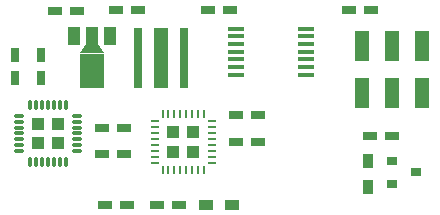
<source format=gbp>
G04 #@! TF.GenerationSoftware,KiCad,Pcbnew,no-vcs-found-7475~57~ubuntu16.04.1*
G04 #@! TF.CreationDate,2017-01-18T16:07:53+02:00*
G04 #@! TF.ProjectId,serial_gw,73657269616C5F67772E6B696361645F,rev?*
G04 #@! TF.FileFunction,Paste,Bot*
G04 #@! TF.FilePolarity,Positive*
%FSLAX46Y46*%
G04 Gerber Fmt 4.6, Leading zero omitted, Abs format (unit mm)*
G04 Created by KiCad (PCBNEW no-vcs-found-7475~57~ubuntu16.04.1) date Wed Jan 18 16:07:53 2017*
%MOMM*%
%LPD*%
G01*
G04 APERTURE LIST*
%ADD10C,0.100000*%
%ADD11R,1.200000X0.750000*%
%ADD12R,0.800000X5.100000*%
%ADD13R,1.300000X5.100000*%
%ADD14R,0.750000X1.200000*%
%ADD15R,1.270000X2.500000*%
%ADD16R,1.035000X1.035000*%
%ADD17R,0.250000X0.700000*%
%ADD18R,0.700000X0.250000*%
%ADD19R,1.200000X0.900000*%
%ADD20R,1.450000X0.450000*%
%ADD21C,0.749300*%
%ADD22R,1.998980X2.999740*%
%ADD23R,1.000760X1.501140*%
%ADD24R,1.005000X1.005000*%
%ADD25O,0.300000X0.850000*%
%ADD26O,0.850000X0.300000*%
%ADD27R,0.900000X1.200000*%
%ADD28R,0.900000X0.800000*%
G04 APERTURE END LIST*
D10*
D11*
X97282000Y-74676000D03*
X95382000Y-74676000D03*
D12*
X93390000Y-78740000D03*
D13*
X91440000Y-78740000D03*
D12*
X89490000Y-78740000D03*
D11*
X99690000Y-83566000D03*
X97790000Y-83566000D03*
X88326000Y-84728000D03*
X86426000Y-84728000D03*
X86426000Y-86868000D03*
X88326000Y-86868000D03*
X97790000Y-85852000D03*
X99690000Y-85852000D03*
X92964000Y-91186000D03*
X91064000Y-91186000D03*
X86680000Y-91186000D03*
X88580000Y-91186000D03*
X84328000Y-74760000D03*
X82428000Y-74760000D03*
X107320000Y-74676000D03*
X109220000Y-74676000D03*
D14*
X81310000Y-78550000D03*
X81310000Y-80450000D03*
D11*
X89530000Y-74730000D03*
X87630000Y-74730000D03*
D14*
X79070000Y-78560000D03*
X79070000Y-80460000D03*
D15*
X113498000Y-81756000D03*
X110998000Y-81756000D03*
X108458000Y-81756000D03*
X108458000Y-77756000D03*
X110998000Y-77756000D03*
X113538000Y-77756000D03*
D16*
X92456000Y-86740500D03*
X92456000Y-85015500D03*
X94181000Y-86740500D03*
X94181000Y-85015500D03*
D17*
X91568500Y-88278000D03*
X92068500Y-88278000D03*
X92568500Y-88278000D03*
X93068500Y-88278000D03*
X93568500Y-88278000D03*
X94068500Y-88278000D03*
X94568500Y-88278000D03*
X95068500Y-88278000D03*
D18*
X95718500Y-87628000D03*
X95718500Y-87128000D03*
X95718500Y-86628000D03*
X95718500Y-86128000D03*
X95718500Y-85628000D03*
X95718500Y-85128000D03*
X95718500Y-84628000D03*
X95718500Y-84128000D03*
D17*
X95068500Y-83478000D03*
X94568500Y-83478000D03*
X94068500Y-83478000D03*
X93568500Y-83478000D03*
X93068500Y-83478000D03*
X92568500Y-83478000D03*
X92068500Y-83478000D03*
X91568500Y-83478000D03*
D18*
X90918500Y-84128000D03*
X90918500Y-84628000D03*
X90918500Y-85128000D03*
X90918500Y-85628000D03*
X90918500Y-86128000D03*
X90918500Y-86628000D03*
X90918500Y-87128000D03*
X90918500Y-87628000D03*
D19*
X95250000Y-91186000D03*
X97450000Y-91186000D03*
D20*
X97790000Y-76282000D03*
X97790000Y-76932000D03*
X97790000Y-77582000D03*
X97790000Y-78232000D03*
X97790000Y-78882000D03*
X97790000Y-79532000D03*
X97790000Y-80182000D03*
X103690000Y-80182000D03*
X103690000Y-79532000D03*
X103690000Y-78882000D03*
X103690000Y-78232000D03*
X103690000Y-77582000D03*
X103690000Y-76932000D03*
X103690000Y-76282000D03*
D21*
X85598000Y-77990700D03*
D10*
G36*
X86098380Y-77616050D02*
X86598760Y-78365350D01*
X84597240Y-78365350D01*
X85097620Y-77616050D01*
X86098380Y-77616050D01*
X86098380Y-77616050D01*
G37*
D22*
X85598000Y-79839820D03*
D23*
X87099140Y-76888340D03*
X85598000Y-76888340D03*
X84096860Y-76888340D03*
D24*
X81026000Y-86003000D03*
X81026000Y-84328000D03*
X82701000Y-86003000D03*
X82701000Y-84328000D03*
D25*
X80363500Y-87615500D03*
X80863500Y-87615500D03*
X81363500Y-87615500D03*
X81863500Y-87615500D03*
X82363500Y-87615500D03*
X82863500Y-87615500D03*
X83363500Y-87615500D03*
D26*
X84313500Y-86665500D03*
X84313500Y-86165500D03*
X84313500Y-85665500D03*
X84313500Y-85165500D03*
X84313500Y-84665500D03*
X84313500Y-84165500D03*
X84313500Y-83665500D03*
D25*
X83363500Y-82715500D03*
X82863500Y-82715500D03*
X82363500Y-82715500D03*
X81863500Y-82715500D03*
X81363500Y-82715500D03*
X80863500Y-82715500D03*
X80363500Y-82715500D03*
D26*
X79413500Y-83665500D03*
X79413500Y-84165500D03*
X79413500Y-84665500D03*
X79413500Y-85165500D03*
X79413500Y-85665500D03*
X79413500Y-86165500D03*
X79413500Y-86665500D03*
D11*
X110998000Y-85344000D03*
X109098000Y-85344000D03*
D27*
X108966000Y-87462000D03*
X108966000Y-89662000D03*
D28*
X112998000Y-88458000D03*
X110998000Y-87508000D03*
X110998000Y-89408000D03*
M02*

</source>
